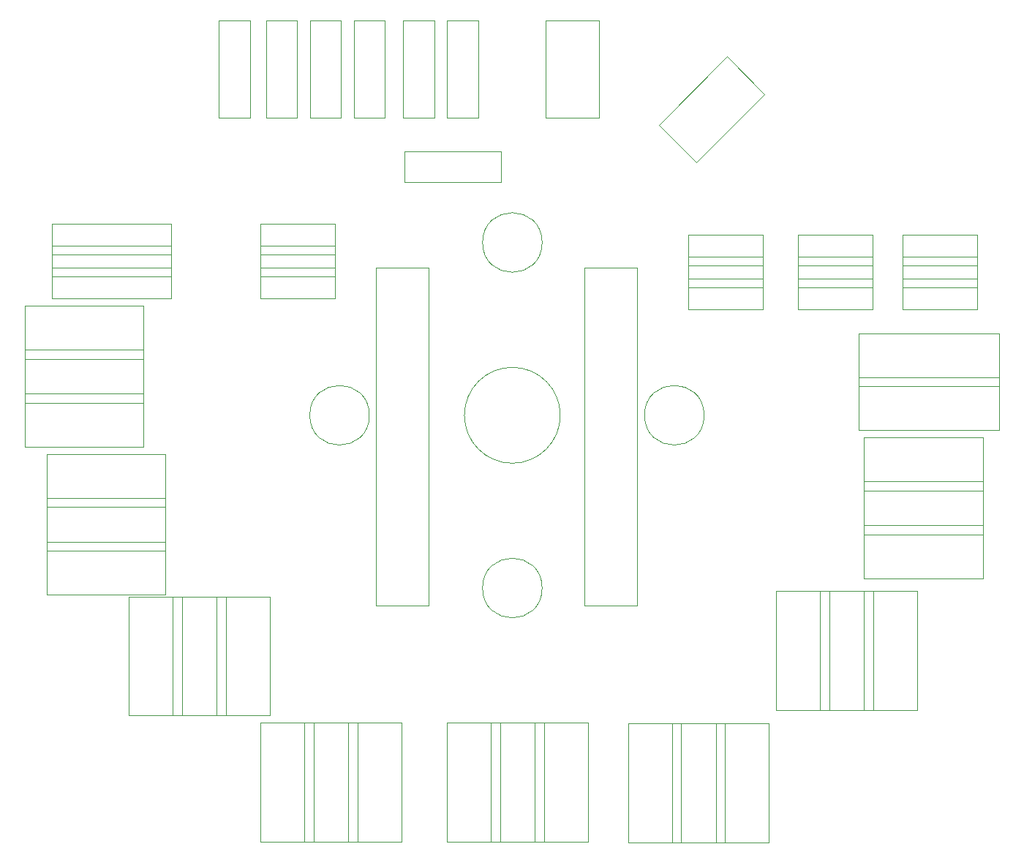
<source format=gbr>
%TF.GenerationSoftware,KiCad,Pcbnew,(5.1.9)-1*%
%TF.CreationDate,2021-04-12T23:14:19+02:00*%
%TF.ProjectId,Version1Male,56657273-696f-46e3-914d-616c652e6b69,rev?*%
%TF.SameCoordinates,Original*%
%TF.FileFunction,Other,User*%
%FSLAX46Y46*%
G04 Gerber Fmt 4.6, Leading zero omitted, Abs format (unit mm)*
G04 Created by KiCad (PCBNEW (5.1.9)-1) date 2021-04-12 23:14:19*
%MOMM*%
%LPD*%
G01*
G04 APERTURE LIST*
%ADD10C,0.050000*%
G04 APERTURE END LIST*
D10*
%TO.C,REF\u002A\u002A*%
X143200000Y-71500000D02*
G75*
G03*
X143200000Y-71500000I-3450000J0D01*
G01*
X123200000Y-91500000D02*
G75*
G03*
X123200000Y-91500000I-3450000J0D01*
G01*
X143200000Y-111500000D02*
G75*
G03*
X143200000Y-111500000I-3450000J0D01*
G01*
X161950000Y-91500000D02*
G75*
G03*
X161950000Y-91500000I-3450000J0D01*
G01*
X145300000Y-91500000D02*
G75*
G03*
X145300000Y-91500000I-5550000J0D01*
G01*
%TO.C,J59*%
X149765000Y-45825000D02*
X143615000Y-45825000D01*
X149765000Y-57025000D02*
X149765000Y-45825000D01*
X143615000Y-57025000D02*
X149765000Y-57025000D01*
X143615000Y-45825000D02*
X143615000Y-57025000D01*
%TO.C,J58*%
X156687293Y-57886878D02*
X161036000Y-62235584D01*
X164606889Y-49967282D02*
X156687293Y-57886878D01*
X168955596Y-54315988D02*
X164606889Y-49967282D01*
X161036000Y-62235584D02*
X168955596Y-54315988D01*
%TO.C,J57*%
X193570000Y-79270000D02*
X193570000Y-75670000D01*
X184920000Y-79270000D02*
X193570000Y-79270000D01*
X184920000Y-75670000D02*
X184920000Y-79270000D01*
X193570000Y-75670000D02*
X184920000Y-75670000D01*
%TO.C,J56*%
X193570000Y-76730000D02*
X193570000Y-73130000D01*
X184920000Y-76730000D02*
X193570000Y-76730000D01*
X184920000Y-73130000D02*
X184920000Y-76730000D01*
X193570000Y-73130000D02*
X184920000Y-73130000D01*
%TO.C,J55*%
X163290000Y-140930000D02*
X169440000Y-140930000D01*
X163290000Y-127180000D02*
X163290000Y-140930000D01*
X169440000Y-127180000D02*
X163290000Y-127180000D01*
X169440000Y-140930000D02*
X169440000Y-127180000D01*
%TO.C,J54*%
X121825000Y-127105000D02*
X115675000Y-127105000D01*
X121825000Y-140855000D02*
X121825000Y-127105000D01*
X115675000Y-140855000D02*
X121825000Y-140855000D01*
X115675000Y-127105000D02*
X115675000Y-140855000D01*
%TO.C,J53*%
X116745000Y-127105000D02*
X110595000Y-127105000D01*
X116745000Y-140855000D02*
X116745000Y-127105000D01*
X110595000Y-140855000D02*
X116745000Y-140855000D01*
X110595000Y-127105000D02*
X110595000Y-140855000D01*
%TO.C,J52*%
X83290000Y-78835000D02*
X83290000Y-84985000D01*
X97040000Y-78835000D02*
X83290000Y-78835000D01*
X97040000Y-84985000D02*
X97040000Y-78835000D01*
X83290000Y-84985000D02*
X97040000Y-84985000D01*
%TO.C,J51*%
X83290000Y-83915000D02*
X83290000Y-90065000D01*
X97040000Y-83915000D02*
X83290000Y-83915000D01*
X97040000Y-90065000D02*
X97040000Y-83915000D01*
X83290000Y-90065000D02*
X97040000Y-90065000D01*
%TO.C,J50*%
X83290000Y-88995000D02*
X83290000Y-95145000D01*
X97040000Y-88995000D02*
X83290000Y-88995000D01*
X97040000Y-95145000D02*
X97040000Y-88995000D01*
X83290000Y-95145000D02*
X97040000Y-95145000D01*
%TO.C,J48*%
X85830000Y-95980000D02*
X85830000Y-102130000D01*
X99580000Y-95980000D02*
X85830000Y-95980000D01*
X99580000Y-102130000D02*
X99580000Y-95980000D01*
X85830000Y-102130000D02*
X99580000Y-102130000D01*
%TO.C,J47*%
X85830000Y-101060000D02*
X85830000Y-107210000D01*
X99580000Y-101060000D02*
X85830000Y-101060000D01*
X99580000Y-107210000D02*
X99580000Y-101060000D01*
X85830000Y-107210000D02*
X99580000Y-107210000D01*
%TO.C,J46*%
X85830000Y-106140000D02*
X85830000Y-112290000D01*
X99580000Y-106140000D02*
X85830000Y-106140000D01*
X99580000Y-112290000D02*
X99580000Y-106140000D01*
X85830000Y-112290000D02*
X99580000Y-112290000D01*
%TO.C,J45*%
X86465000Y-69320000D02*
X86465000Y-72920000D01*
X100215000Y-69320000D02*
X86465000Y-69320000D01*
X100215000Y-72920000D02*
X100215000Y-69320000D01*
X86465000Y-72920000D02*
X100215000Y-72920000D01*
%TO.C,J44*%
X111665000Y-112500000D02*
X105515000Y-112500000D01*
X111665000Y-126250000D02*
X111665000Y-112500000D01*
X105515000Y-126250000D02*
X111665000Y-126250000D01*
X105515000Y-112500000D02*
X105515000Y-126250000D01*
%TO.C,J43*%
X106585000Y-112500000D02*
X100435000Y-112500000D01*
X106585000Y-126250000D02*
X106585000Y-112500000D01*
X100435000Y-126250000D02*
X106585000Y-126250000D01*
X100435000Y-112500000D02*
X100435000Y-126250000D01*
%TO.C,J42*%
X101505000Y-112500000D02*
X95355000Y-112500000D01*
X101505000Y-126250000D02*
X101505000Y-112500000D01*
X95355000Y-126250000D02*
X101505000Y-126250000D01*
X95355000Y-112500000D02*
X95355000Y-126250000D01*
%TO.C,J41*%
X180445000Y-94075000D02*
X180445000Y-100225000D01*
X194195000Y-94075000D02*
X180445000Y-94075000D01*
X194195000Y-100225000D02*
X194195000Y-94075000D01*
X180445000Y-100225000D02*
X194195000Y-100225000D01*
%TO.C,J40*%
X180445000Y-99155000D02*
X180445000Y-105305000D01*
X194195000Y-99155000D02*
X180445000Y-99155000D01*
X194195000Y-105305000D02*
X194195000Y-99155000D01*
X180445000Y-105305000D02*
X194195000Y-105305000D01*
%TO.C,J39*%
X180445000Y-104235000D02*
X180445000Y-110385000D01*
X194195000Y-104235000D02*
X180445000Y-104235000D01*
X194195000Y-110385000D02*
X194195000Y-104235000D01*
X180445000Y-110385000D02*
X194195000Y-110385000D01*
%TO.C,J38*%
X186595000Y-111865000D02*
X180445000Y-111865000D01*
X186595000Y-125615000D02*
X186595000Y-111865000D01*
X180445000Y-125615000D02*
X186595000Y-125615000D01*
X180445000Y-111865000D02*
X180445000Y-125615000D01*
%TO.C,J37*%
X193570000Y-74190000D02*
X193570000Y-70590000D01*
X184920000Y-74190000D02*
X193570000Y-74190000D01*
X184920000Y-70590000D02*
X184920000Y-74190000D01*
X193570000Y-70590000D02*
X184920000Y-70590000D01*
%TO.C,J36*%
X172825000Y-70590000D02*
X172825000Y-74190000D01*
X181475000Y-70590000D02*
X172825000Y-70590000D01*
X181475000Y-74190000D02*
X181475000Y-70590000D01*
X172825000Y-74190000D02*
X181475000Y-74190000D01*
%TO.C,J35*%
X110595000Y-69320000D02*
X110595000Y-72920000D01*
X119245000Y-69320000D02*
X110595000Y-69320000D01*
X119245000Y-72920000D02*
X119245000Y-69320000D01*
X110595000Y-72920000D02*
X119245000Y-72920000D01*
%TO.C,J34*%
X160125000Y-70590000D02*
X160125000Y-74190000D01*
X168775000Y-70590000D02*
X160125000Y-70590000D01*
X168775000Y-74190000D02*
X168775000Y-70590000D01*
X160125000Y-74190000D02*
X168775000Y-74190000D01*
%TO.C,J33*%
X86465000Y-71860000D02*
X86465000Y-75460000D01*
X100215000Y-71860000D02*
X86465000Y-71860000D01*
X100215000Y-75460000D02*
X100215000Y-71860000D01*
X86465000Y-75460000D02*
X100215000Y-75460000D01*
%TO.C,J32*%
X181515000Y-111865000D02*
X175365000Y-111865000D01*
X181515000Y-125615000D02*
X181515000Y-111865000D01*
X175365000Y-125615000D02*
X181515000Y-125615000D01*
X175365000Y-111865000D02*
X175365000Y-125615000D01*
%TO.C,J31*%
X176435000Y-111865000D02*
X170285000Y-111865000D01*
X176435000Y-125615000D02*
X176435000Y-111865000D01*
X170285000Y-125615000D02*
X176435000Y-125615000D01*
X170285000Y-111865000D02*
X170285000Y-125615000D01*
%TO.C,J30*%
X158210000Y-140930000D02*
X164360000Y-140930000D01*
X158210000Y-127180000D02*
X158210000Y-140930000D01*
X164360000Y-127180000D02*
X158210000Y-127180000D01*
X164360000Y-140930000D02*
X164360000Y-127180000D01*
%TO.C,J29*%
X153130000Y-140930000D02*
X159280000Y-140930000D01*
X153130000Y-127180000D02*
X153130000Y-140930000D01*
X159280000Y-127180000D02*
X153130000Y-127180000D01*
X159280000Y-140930000D02*
X159280000Y-127180000D01*
%TO.C,J28*%
X148495000Y-127105000D02*
X142345000Y-127105000D01*
X148495000Y-140855000D02*
X148495000Y-127105000D01*
X142345000Y-140855000D02*
X148495000Y-140855000D01*
X142345000Y-127105000D02*
X142345000Y-140855000D01*
%TO.C,J27*%
X143415000Y-127105000D02*
X137265000Y-127105000D01*
X143415000Y-140855000D02*
X143415000Y-127105000D01*
X137265000Y-140855000D02*
X143415000Y-140855000D01*
X137265000Y-127105000D02*
X137265000Y-140855000D01*
%TO.C,J26*%
X138335000Y-127105000D02*
X132185000Y-127105000D01*
X138335000Y-140855000D02*
X138335000Y-127105000D01*
X132185000Y-140855000D02*
X138335000Y-140855000D01*
X132185000Y-127105000D02*
X132185000Y-140855000D01*
%TO.C,J25*%
X172825000Y-73130000D02*
X172825000Y-76730000D01*
X181475000Y-73130000D02*
X172825000Y-73130000D01*
X181475000Y-76730000D02*
X181475000Y-73130000D01*
X172825000Y-76730000D02*
X181475000Y-76730000D01*
%TO.C,J24*%
X110595000Y-71860000D02*
X110595000Y-75460000D01*
X119245000Y-71860000D02*
X110595000Y-71860000D01*
X119245000Y-75460000D02*
X119245000Y-71860000D01*
X110595000Y-75460000D02*
X119245000Y-75460000D01*
%TO.C,J23*%
X160125000Y-73130000D02*
X160125000Y-76730000D01*
X168775000Y-73130000D02*
X160125000Y-73130000D01*
X168775000Y-76730000D02*
X168775000Y-73130000D01*
X160125000Y-76730000D02*
X168775000Y-76730000D01*
%TO.C,J22*%
X86465000Y-74400000D02*
X86465000Y-78000000D01*
X100215000Y-74400000D02*
X86465000Y-74400000D01*
X100215000Y-78000000D02*
X100215000Y-74400000D01*
X86465000Y-78000000D02*
X100215000Y-78000000D01*
%TO.C,J21*%
X172825000Y-75670000D02*
X172825000Y-79270000D01*
X181475000Y-75670000D02*
X172825000Y-75670000D01*
X181475000Y-79270000D02*
X181475000Y-75670000D01*
X172825000Y-79270000D02*
X181475000Y-79270000D01*
%TO.C,J20*%
X110595000Y-74400000D02*
X110595000Y-78000000D01*
X119245000Y-74400000D02*
X110595000Y-74400000D01*
X119245000Y-78000000D02*
X119245000Y-74400000D01*
X110595000Y-78000000D02*
X119245000Y-78000000D01*
%TO.C,J19*%
X160125000Y-75670000D02*
X160125000Y-79270000D01*
X168775000Y-75670000D02*
X160125000Y-75670000D01*
X168775000Y-79270000D02*
X168775000Y-75670000D01*
X160125000Y-79270000D02*
X168775000Y-79270000D01*
%TO.C,J18*%
X126905000Y-127105000D02*
X120755000Y-127105000D01*
X126905000Y-140855000D02*
X126905000Y-127105000D01*
X120755000Y-140855000D02*
X126905000Y-140855000D01*
X120755000Y-127105000D02*
X120755000Y-140855000D01*
%TO.C,J17*%
X114830000Y-45825000D02*
X111230000Y-45825000D01*
X114830000Y-57025000D02*
X114830000Y-45825000D01*
X111230000Y-57025000D02*
X114830000Y-57025000D01*
X111230000Y-45825000D02*
X111230000Y-57025000D01*
%TO.C,J15*%
X127232000Y-60938000D02*
X127232000Y-64538000D01*
X138432000Y-60938000D02*
X127232000Y-60938000D01*
X138432000Y-64538000D02*
X138432000Y-60938000D01*
X127232000Y-64538000D02*
X138432000Y-64538000D01*
%TO.C,J14*%
X109360000Y-45825000D02*
X105760000Y-45825000D01*
X109360000Y-57025000D02*
X109360000Y-45825000D01*
X105760000Y-57025000D02*
X109360000Y-57025000D01*
X105760000Y-45825000D02*
X105760000Y-57025000D01*
%TO.C,J12*%
X130705000Y-45825000D02*
X127105000Y-45825000D01*
X130705000Y-57025000D02*
X130705000Y-45825000D01*
X127105000Y-57025000D02*
X130705000Y-57025000D01*
X127105000Y-45825000D02*
X127105000Y-57025000D01*
%TO.C,J9*%
X135785000Y-45825000D02*
X132185000Y-45825000D01*
X135785000Y-57025000D02*
X135785000Y-45825000D01*
X132185000Y-57025000D02*
X135785000Y-57025000D01*
X132185000Y-45825000D02*
X132185000Y-57025000D01*
%TO.C,J7*%
X179810000Y-87090000D02*
X179810000Y-93240000D01*
X196110000Y-87090000D02*
X179810000Y-87090000D01*
X196110000Y-93240000D02*
X196110000Y-87090000D01*
X179810000Y-93240000D02*
X196110000Y-93240000D01*
%TO.C,J6*%
X124990000Y-45825000D02*
X121390000Y-45825000D01*
X124990000Y-57025000D02*
X124990000Y-45825000D01*
X121390000Y-57025000D02*
X124990000Y-57025000D01*
X121390000Y-45825000D02*
X121390000Y-57025000D01*
%TO.C,J4*%
X119910000Y-45825000D02*
X116310000Y-45825000D01*
X119910000Y-57025000D02*
X119910000Y-45825000D01*
X116310000Y-57025000D02*
X119910000Y-57025000D01*
X116310000Y-45825000D02*
X116310000Y-57025000D01*
%TO.C,J3*%
X130080000Y-74400000D02*
X123930000Y-74400000D01*
X130080000Y-113550000D02*
X130080000Y-74400000D01*
X123930000Y-113550000D02*
X130080000Y-113550000D01*
X123930000Y-74400000D02*
X123930000Y-113550000D01*
%TO.C,J2*%
X179810000Y-82010000D02*
X179810000Y-88160000D01*
X196110000Y-82010000D02*
X179810000Y-82010000D01*
X196110000Y-88160000D02*
X196110000Y-82010000D01*
X179810000Y-88160000D02*
X196110000Y-88160000D01*
%TO.C,J1*%
X154210000Y-74400000D02*
X148060000Y-74400000D01*
X154210000Y-113550000D02*
X154210000Y-74400000D01*
X148060000Y-113550000D02*
X154210000Y-113550000D01*
X148060000Y-74400000D02*
X148060000Y-113550000D01*
%TD*%
M02*

</source>
